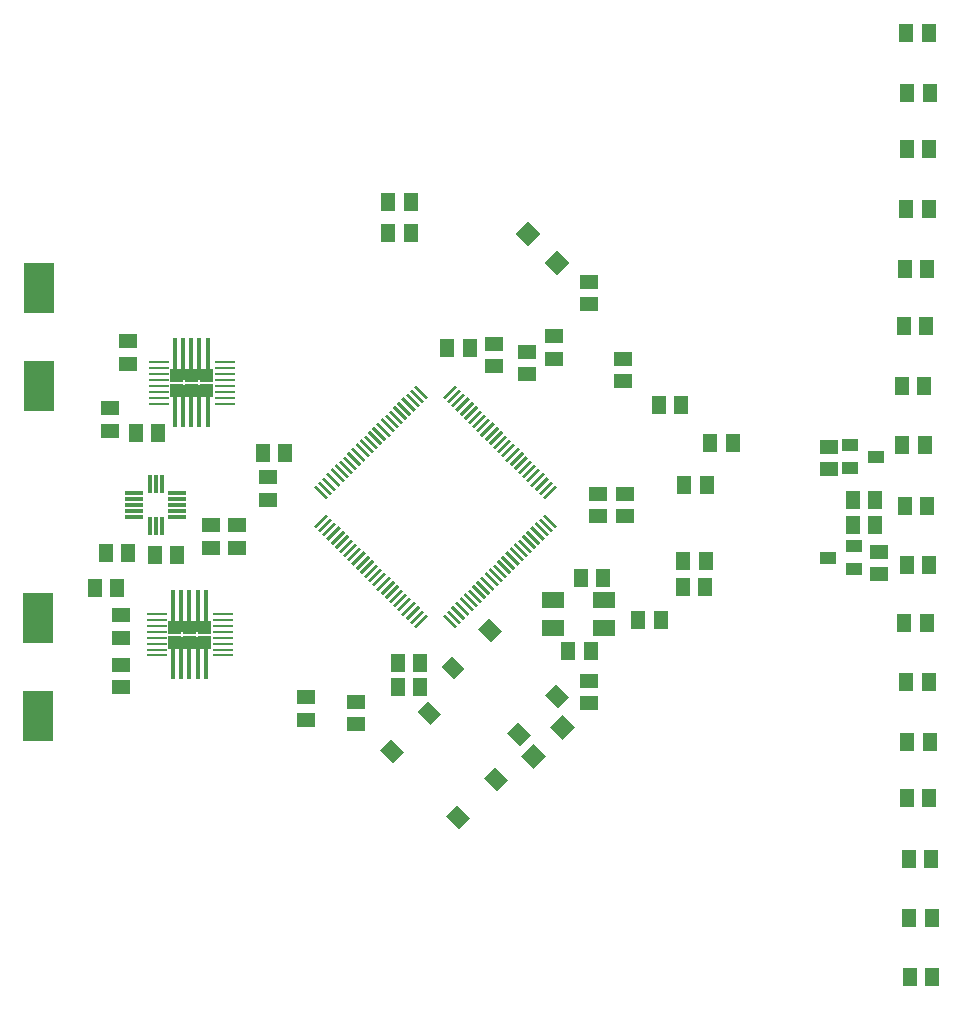
<source format=gbr>
G04 EAGLE Gerber RS-274X export*
G75*
%MOMM*%
%FSLAX34Y34*%
%LPD*%
%INSolderpaste Top*%
%IPPOS*%
%AMOC8*
5,1,8,0,0,1.08239X$1,22.5*%
G01*
%ADD10R,1.300000X1.500000*%
%ADD11R,1.500000X1.300000*%
%ADD12R,1.500000X1.500000*%
%ADD13R,1.900000X1.400000*%
%ADD14R,1.400000X1.000000*%
%ADD15R,1.300000X1.600000*%
%ADD16R,1.600000X1.300000*%
%ADD17R,1.550000X1.300000*%
%ADD18R,0.254000X1.473200*%
%ADD19R,1.778000X0.254000*%
%ADD20R,0.304800X3.556000*%
%ADD21R,2.500000X4.300000*%
%ADD22R,1.600000X0.300000*%
%ADD23R,0.300000X1.600000*%

G36*
X192738Y534087D02*
X192738Y534087D01*
X192740Y534086D01*
X192783Y534106D01*
X192827Y534124D01*
X192827Y534126D01*
X192829Y534127D01*
X192862Y534212D01*
X192862Y544912D01*
X192861Y544914D01*
X192862Y544916D01*
X192842Y544959D01*
X192824Y545003D01*
X192822Y545003D01*
X192821Y545005D01*
X192736Y545038D01*
X182036Y545038D01*
X182034Y545037D01*
X182032Y545038D01*
X181989Y545018D01*
X181945Y545000D01*
X181945Y544998D01*
X181943Y544997D01*
X181910Y544912D01*
X181910Y534212D01*
X181911Y534210D01*
X181910Y534208D01*
X181930Y534165D01*
X181948Y534121D01*
X181950Y534121D01*
X181951Y534119D01*
X182036Y534086D01*
X192736Y534086D01*
X192738Y534087D01*
G37*
G36*
X218138Y534087D02*
X218138Y534087D01*
X218140Y534086D01*
X218183Y534106D01*
X218227Y534124D01*
X218227Y534126D01*
X218229Y534127D01*
X218262Y534212D01*
X218262Y544912D01*
X218261Y544914D01*
X218262Y544916D01*
X218242Y544959D01*
X218224Y545003D01*
X218222Y545003D01*
X218221Y545005D01*
X218136Y545038D01*
X207436Y545038D01*
X207434Y545037D01*
X207432Y545038D01*
X207389Y545018D01*
X207345Y545000D01*
X207345Y544998D01*
X207343Y544997D01*
X207310Y544912D01*
X207310Y534212D01*
X207311Y534210D01*
X207310Y534208D01*
X207330Y534165D01*
X207348Y534121D01*
X207350Y534121D01*
X207351Y534119D01*
X207436Y534086D01*
X218136Y534086D01*
X218138Y534087D01*
G37*
G36*
X205438Y534087D02*
X205438Y534087D01*
X205440Y534086D01*
X205483Y534106D01*
X205527Y534124D01*
X205527Y534126D01*
X205529Y534127D01*
X205562Y534212D01*
X205562Y544912D01*
X205561Y544914D01*
X205562Y544916D01*
X205542Y544959D01*
X205524Y545003D01*
X205522Y545003D01*
X205521Y545005D01*
X205436Y545038D01*
X194736Y545038D01*
X194734Y545037D01*
X194732Y545038D01*
X194689Y545018D01*
X194645Y545000D01*
X194645Y544998D01*
X194643Y544997D01*
X194610Y544912D01*
X194610Y534212D01*
X194611Y534210D01*
X194610Y534208D01*
X194630Y534165D01*
X194648Y534121D01*
X194650Y534121D01*
X194651Y534119D01*
X194736Y534086D01*
X205436Y534086D01*
X205438Y534087D01*
G37*
G36*
X218138Y521387D02*
X218138Y521387D01*
X218140Y521386D01*
X218183Y521406D01*
X218227Y521424D01*
X218227Y521426D01*
X218229Y521427D01*
X218262Y521512D01*
X218262Y532212D01*
X218261Y532214D01*
X218262Y532216D01*
X218242Y532259D01*
X218224Y532303D01*
X218222Y532303D01*
X218221Y532305D01*
X218136Y532338D01*
X207436Y532338D01*
X207434Y532337D01*
X207432Y532338D01*
X207389Y532318D01*
X207345Y532300D01*
X207345Y532298D01*
X207343Y532297D01*
X207310Y532212D01*
X207310Y521512D01*
X207311Y521510D01*
X207310Y521508D01*
X207330Y521465D01*
X207348Y521421D01*
X207350Y521421D01*
X207351Y521419D01*
X207436Y521386D01*
X218136Y521386D01*
X218138Y521387D01*
G37*
G36*
X205438Y521387D02*
X205438Y521387D01*
X205440Y521386D01*
X205483Y521406D01*
X205527Y521424D01*
X205527Y521426D01*
X205529Y521427D01*
X205562Y521512D01*
X205562Y532212D01*
X205561Y532214D01*
X205562Y532216D01*
X205542Y532259D01*
X205524Y532303D01*
X205522Y532303D01*
X205521Y532305D01*
X205436Y532338D01*
X194736Y532338D01*
X194734Y532337D01*
X194732Y532338D01*
X194689Y532318D01*
X194645Y532300D01*
X194645Y532298D01*
X194643Y532297D01*
X194610Y532212D01*
X194610Y521512D01*
X194611Y521510D01*
X194610Y521508D01*
X194630Y521465D01*
X194648Y521421D01*
X194650Y521421D01*
X194651Y521419D01*
X194736Y521386D01*
X205436Y521386D01*
X205438Y521387D01*
G37*
G36*
X192738Y521387D02*
X192738Y521387D01*
X192740Y521386D01*
X192783Y521406D01*
X192827Y521424D01*
X192827Y521426D01*
X192829Y521427D01*
X192862Y521512D01*
X192862Y532212D01*
X192861Y532214D01*
X192862Y532216D01*
X192842Y532259D01*
X192824Y532303D01*
X192822Y532303D01*
X192821Y532305D01*
X192736Y532338D01*
X182036Y532338D01*
X182034Y532337D01*
X182032Y532338D01*
X181989Y532318D01*
X181945Y532300D01*
X181945Y532298D01*
X181943Y532297D01*
X181910Y532212D01*
X181910Y521512D01*
X181911Y521510D01*
X181910Y521508D01*
X181930Y521465D01*
X181948Y521421D01*
X181950Y521421D01*
X181951Y521419D01*
X182036Y521386D01*
X192736Y521386D01*
X192738Y521387D01*
G37*
G36*
X191214Y320981D02*
X191214Y320981D01*
X191216Y320980D01*
X191259Y321000D01*
X191303Y321018D01*
X191303Y321020D01*
X191305Y321021D01*
X191338Y321106D01*
X191338Y331806D01*
X191337Y331808D01*
X191338Y331810D01*
X191318Y331853D01*
X191300Y331897D01*
X191298Y331897D01*
X191297Y331899D01*
X191212Y331932D01*
X180512Y331932D01*
X180510Y331931D01*
X180508Y331932D01*
X180465Y331912D01*
X180421Y331894D01*
X180421Y331892D01*
X180419Y331891D01*
X180386Y331806D01*
X180386Y321106D01*
X180387Y321104D01*
X180386Y321102D01*
X180406Y321059D01*
X180424Y321015D01*
X180426Y321015D01*
X180427Y321013D01*
X180512Y320980D01*
X191212Y320980D01*
X191214Y320981D01*
G37*
G36*
X216614Y320981D02*
X216614Y320981D01*
X216616Y320980D01*
X216659Y321000D01*
X216703Y321018D01*
X216703Y321020D01*
X216705Y321021D01*
X216738Y321106D01*
X216738Y331806D01*
X216737Y331808D01*
X216738Y331810D01*
X216718Y331853D01*
X216700Y331897D01*
X216698Y331897D01*
X216697Y331899D01*
X216612Y331932D01*
X205912Y331932D01*
X205910Y331931D01*
X205908Y331932D01*
X205865Y331912D01*
X205821Y331894D01*
X205821Y331892D01*
X205819Y331891D01*
X205786Y331806D01*
X205786Y321106D01*
X205787Y321104D01*
X205786Y321102D01*
X205806Y321059D01*
X205824Y321015D01*
X205826Y321015D01*
X205827Y321013D01*
X205912Y320980D01*
X216612Y320980D01*
X216614Y320981D01*
G37*
G36*
X203914Y320981D02*
X203914Y320981D01*
X203916Y320980D01*
X203959Y321000D01*
X204003Y321018D01*
X204003Y321020D01*
X204005Y321021D01*
X204038Y321106D01*
X204038Y331806D01*
X204037Y331808D01*
X204038Y331810D01*
X204018Y331853D01*
X204000Y331897D01*
X203998Y331897D01*
X203997Y331899D01*
X203912Y331932D01*
X193212Y331932D01*
X193210Y331931D01*
X193208Y331932D01*
X193165Y331912D01*
X193121Y331894D01*
X193121Y331892D01*
X193119Y331891D01*
X193086Y331806D01*
X193086Y321106D01*
X193087Y321104D01*
X193086Y321102D01*
X193106Y321059D01*
X193124Y321015D01*
X193126Y321015D01*
X193127Y321013D01*
X193212Y320980D01*
X203912Y320980D01*
X203914Y320981D01*
G37*
G36*
X191214Y308281D02*
X191214Y308281D01*
X191216Y308280D01*
X191259Y308300D01*
X191303Y308318D01*
X191303Y308320D01*
X191305Y308321D01*
X191338Y308406D01*
X191338Y319106D01*
X191337Y319108D01*
X191338Y319110D01*
X191318Y319153D01*
X191300Y319197D01*
X191298Y319197D01*
X191297Y319199D01*
X191212Y319232D01*
X180512Y319232D01*
X180510Y319231D01*
X180508Y319232D01*
X180465Y319212D01*
X180421Y319194D01*
X180421Y319192D01*
X180419Y319191D01*
X180386Y319106D01*
X180386Y308406D01*
X180387Y308404D01*
X180386Y308402D01*
X180406Y308359D01*
X180424Y308315D01*
X180426Y308315D01*
X180427Y308313D01*
X180512Y308280D01*
X191212Y308280D01*
X191214Y308281D01*
G37*
G36*
X203914Y308281D02*
X203914Y308281D01*
X203916Y308280D01*
X203959Y308300D01*
X204003Y308318D01*
X204003Y308320D01*
X204005Y308321D01*
X204038Y308406D01*
X204038Y319106D01*
X204037Y319108D01*
X204038Y319110D01*
X204018Y319153D01*
X204000Y319197D01*
X203998Y319197D01*
X203997Y319199D01*
X203912Y319232D01*
X193212Y319232D01*
X193210Y319231D01*
X193208Y319232D01*
X193165Y319212D01*
X193121Y319194D01*
X193121Y319192D01*
X193119Y319191D01*
X193086Y319106D01*
X193086Y308406D01*
X193087Y308404D01*
X193086Y308402D01*
X193106Y308359D01*
X193124Y308315D01*
X193126Y308315D01*
X193127Y308313D01*
X193212Y308280D01*
X203912Y308280D01*
X203914Y308281D01*
G37*
G36*
X216614Y308281D02*
X216614Y308281D01*
X216616Y308280D01*
X216659Y308300D01*
X216703Y308318D01*
X216703Y308320D01*
X216705Y308321D01*
X216738Y308406D01*
X216738Y319106D01*
X216737Y319108D01*
X216738Y319110D01*
X216718Y319153D01*
X216700Y319197D01*
X216698Y319197D01*
X216697Y319199D01*
X216612Y319232D01*
X205912Y319232D01*
X205910Y319231D01*
X205908Y319232D01*
X205865Y319212D01*
X205821Y319194D01*
X205821Y319192D01*
X205819Y319191D01*
X205786Y319106D01*
X205786Y308406D01*
X205787Y308404D01*
X205786Y308402D01*
X205806Y308359D01*
X205824Y308315D01*
X205826Y308315D01*
X205827Y308313D01*
X205912Y308280D01*
X216612Y308280D01*
X216614Y308281D01*
G37*
D10*
X146594Y389448D03*
X127594Y389448D03*
D11*
X265110Y434304D03*
X265110Y453304D03*
D10*
X279822Y474152D03*
X260822Y474152D03*
X529808Y368488D03*
X548808Y368488D03*
X519516Y306644D03*
X538516Y306644D03*
D11*
X456842Y566626D03*
X456842Y547626D03*
D10*
X393868Y276032D03*
X374868Y276032D03*
D11*
X484444Y559730D03*
X484444Y540730D03*
D10*
X169250Y387416D03*
X188250Y387416D03*
D11*
X544256Y439588D03*
X544256Y420588D03*
X567624Y439588D03*
X567624Y420588D03*
D10*
X417032Y563184D03*
X436032Y563184D03*
X393868Y296352D03*
X374868Y296352D03*
D12*
G36*
X489604Y227726D02*
X500210Y217120D01*
X489604Y206514D01*
X478998Y217120D01*
X489604Y227726D01*
G37*
G36*
X514352Y252474D02*
X524958Y241868D01*
X514352Y231262D01*
X503746Y241868D01*
X514352Y252474D01*
G37*
G36*
X495780Y659792D02*
X485174Y649186D01*
X474568Y659792D01*
X485174Y670398D01*
X495780Y659792D01*
G37*
G36*
X520528Y635044D02*
X509922Y624438D01*
X499316Y635044D01*
X509922Y645650D01*
X520528Y635044D01*
G37*
D13*
X550000Y349632D03*
X506000Y349632D03*
X506000Y325632D03*
X550000Y325632D03*
D14*
X780046Y470982D03*
X758046Y461482D03*
X758046Y480482D03*
X739298Y385488D03*
X761298Y394988D03*
X761298Y375988D03*
D15*
X825458Y229152D03*
X806458Y229152D03*
X824614Y280200D03*
X805614Y280200D03*
X822862Y330346D03*
X803862Y330346D03*
D16*
X239202Y412664D03*
X239202Y393664D03*
X216850Y412664D03*
X216850Y393664D03*
X507304Y553684D03*
X507304Y572684D03*
D15*
X824764Y379448D03*
X805764Y379448D03*
X823210Y429000D03*
X804210Y429000D03*
X821218Y480700D03*
X802218Y480700D03*
X820510Y531050D03*
X801510Y531050D03*
X827060Y80104D03*
X808060Y80104D03*
X822516Y581350D03*
X803516Y581350D03*
X823464Y630052D03*
X804464Y630052D03*
X824414Y680352D03*
X805414Y680352D03*
X824762Y731500D03*
X805762Y731500D03*
X825364Y779100D03*
X806364Y779100D03*
X824508Y829552D03*
X805508Y829552D03*
X658658Y482412D03*
X639658Y482412D03*
D16*
X537168Y599884D03*
X537168Y618884D03*
X537022Y262092D03*
X537022Y281092D03*
D15*
X636504Y447118D03*
X617504Y447118D03*
D16*
X739836Y460212D03*
X739836Y479212D03*
X782508Y390566D03*
X782508Y371566D03*
D15*
X635140Y360674D03*
X616140Y360674D03*
X578698Y332552D03*
X597698Y332552D03*
X614780Y514820D03*
X595780Y514820D03*
D16*
X566052Y553972D03*
X566052Y534972D03*
D15*
X826512Y130250D03*
X807512Y130250D03*
X824962Y181996D03*
X805962Y181996D03*
D17*
G36*
X425315Y175927D02*
X436274Y164968D01*
X427081Y155775D01*
X416122Y166734D01*
X425315Y175927D01*
G37*
G36*
X369100Y232142D02*
X380059Y221183D01*
X370866Y211990D01*
X359907Y222949D01*
X369100Y232142D01*
G37*
G36*
X457134Y207746D02*
X468093Y196787D01*
X458900Y187594D01*
X447941Y198553D01*
X457134Y207746D01*
G37*
G36*
X400919Y263961D02*
X411878Y253002D01*
X402685Y243809D01*
X391726Y254768D01*
X400919Y263961D01*
G37*
D18*
G36*
X425161Y327521D02*
X423365Y325725D01*
X412949Y336141D01*
X414745Y337937D01*
X425161Y327521D01*
G37*
G36*
X428574Y330934D02*
X426778Y329138D01*
X416362Y339554D01*
X418158Y341350D01*
X428574Y330934D01*
G37*
G36*
X432166Y334526D02*
X430370Y332730D01*
X419954Y343146D01*
X421750Y344942D01*
X432166Y334526D01*
G37*
G36*
X435758Y338118D02*
X433962Y336322D01*
X423546Y346738D01*
X425342Y348534D01*
X435758Y338118D01*
G37*
G36*
X439350Y341710D02*
X437554Y339914D01*
X427138Y350330D01*
X428934Y352126D01*
X439350Y341710D01*
G37*
G36*
X442762Y345123D02*
X440966Y343327D01*
X430550Y353743D01*
X432346Y355539D01*
X442762Y345123D01*
G37*
G36*
X446355Y348715D02*
X444559Y346919D01*
X434143Y357335D01*
X435939Y359131D01*
X446355Y348715D01*
G37*
G36*
X449947Y352307D02*
X448151Y350511D01*
X437735Y360927D01*
X439531Y362723D01*
X449947Y352307D01*
G37*
G36*
X453359Y355719D02*
X451563Y353923D01*
X441147Y364339D01*
X442943Y366135D01*
X453359Y355719D01*
G37*
G36*
X456951Y359311D02*
X455155Y357515D01*
X444739Y367931D01*
X446535Y369727D01*
X456951Y359311D01*
G37*
G36*
X460543Y362903D02*
X458747Y361107D01*
X448331Y371523D01*
X450127Y373319D01*
X460543Y362903D01*
G37*
G36*
X463956Y366316D02*
X462160Y364520D01*
X451744Y374936D01*
X453540Y376732D01*
X463956Y366316D01*
G37*
G36*
X467548Y369908D02*
X465752Y368112D01*
X455336Y378528D01*
X457132Y380324D01*
X467548Y369908D01*
G37*
G36*
X471140Y373500D02*
X469344Y371704D01*
X458928Y382120D01*
X460724Y383916D01*
X471140Y373500D01*
G37*
G36*
X474553Y376913D02*
X472757Y375117D01*
X462341Y385533D01*
X464137Y387329D01*
X474553Y376913D01*
G37*
G36*
X478145Y380505D02*
X476349Y378709D01*
X465933Y389125D01*
X467729Y390921D01*
X478145Y380505D01*
G37*
G36*
X481737Y384097D02*
X479941Y382301D01*
X469525Y392717D01*
X471321Y394513D01*
X481737Y384097D01*
G37*
G36*
X485149Y387509D02*
X483353Y385713D01*
X472937Y396129D01*
X474733Y397925D01*
X485149Y387509D01*
G37*
G36*
X488741Y391101D02*
X486945Y389305D01*
X476529Y399721D01*
X478325Y401517D01*
X488741Y391101D01*
G37*
G36*
X492333Y394694D02*
X490537Y392898D01*
X480121Y403314D01*
X481917Y405110D01*
X492333Y394694D01*
G37*
G36*
X495746Y398106D02*
X493950Y396310D01*
X483534Y406726D01*
X485330Y408522D01*
X495746Y398106D01*
G37*
G36*
X499338Y401698D02*
X497542Y399902D01*
X487126Y410318D01*
X488922Y412114D01*
X499338Y401698D01*
G37*
G36*
X502930Y405290D02*
X501134Y403494D01*
X490718Y413910D01*
X492514Y415706D01*
X502930Y405290D01*
G37*
G36*
X506522Y408882D02*
X504726Y407086D01*
X494310Y417502D01*
X496106Y419298D01*
X506522Y408882D01*
G37*
G36*
X509935Y412295D02*
X508139Y410499D01*
X497723Y420915D01*
X499519Y422711D01*
X509935Y412295D01*
G37*
G36*
X499519Y434925D02*
X497723Y436721D01*
X508139Y447137D01*
X509935Y445341D01*
X499519Y434925D01*
G37*
G36*
X496106Y438338D02*
X494310Y440134D01*
X504726Y450550D01*
X506522Y448754D01*
X496106Y438338D01*
G37*
G36*
X492514Y441930D02*
X490718Y443726D01*
X501134Y454142D01*
X502930Y452346D01*
X492514Y441930D01*
G37*
G36*
X488922Y445522D02*
X487126Y447318D01*
X497542Y457734D01*
X499338Y455938D01*
X488922Y445522D01*
G37*
G36*
X485330Y449114D02*
X483534Y450910D01*
X493950Y461326D01*
X495746Y459530D01*
X485330Y449114D01*
G37*
G36*
X481917Y452526D02*
X480121Y454322D01*
X490537Y464738D01*
X492333Y462942D01*
X481917Y452526D01*
G37*
G36*
X478325Y456119D02*
X476529Y457915D01*
X486945Y468331D01*
X488741Y466535D01*
X478325Y456119D01*
G37*
G36*
X474733Y459711D02*
X472937Y461507D01*
X483353Y471923D01*
X485149Y470127D01*
X474733Y459711D01*
G37*
G36*
X471321Y463123D02*
X469525Y464919D01*
X479941Y475335D01*
X481737Y473539D01*
X471321Y463123D01*
G37*
G36*
X467729Y466715D02*
X465933Y468511D01*
X476349Y478927D01*
X478145Y477131D01*
X467729Y466715D01*
G37*
G36*
X464137Y470307D02*
X462341Y472103D01*
X472757Y482519D01*
X474553Y480723D01*
X464137Y470307D01*
G37*
G36*
X460724Y473720D02*
X458928Y475516D01*
X469344Y485932D01*
X471140Y484136D01*
X460724Y473720D01*
G37*
G36*
X457132Y477312D02*
X455336Y479108D01*
X465752Y489524D01*
X467548Y487728D01*
X457132Y477312D01*
G37*
G36*
X453540Y480904D02*
X451744Y482700D01*
X462160Y493116D01*
X463956Y491320D01*
X453540Y480904D01*
G37*
G36*
X450127Y484317D02*
X448331Y486113D01*
X458747Y496529D01*
X460543Y494733D01*
X450127Y484317D01*
G37*
G36*
X446535Y487909D02*
X444739Y489705D01*
X455155Y500121D01*
X456951Y498325D01*
X446535Y487909D01*
G37*
G36*
X442943Y491501D02*
X441147Y493297D01*
X451563Y503713D01*
X453359Y501917D01*
X442943Y491501D01*
G37*
G36*
X439531Y494913D02*
X437735Y496709D01*
X448151Y507125D01*
X449947Y505329D01*
X439531Y494913D01*
G37*
G36*
X435939Y498505D02*
X434143Y500301D01*
X444559Y510717D01*
X446355Y508921D01*
X435939Y498505D01*
G37*
G36*
X432346Y502097D02*
X430550Y503893D01*
X440966Y514309D01*
X442762Y512513D01*
X432346Y502097D01*
G37*
G36*
X428934Y505510D02*
X427138Y507306D01*
X437554Y517722D01*
X439350Y515926D01*
X428934Y505510D01*
G37*
G36*
X425342Y509102D02*
X423546Y510898D01*
X433962Y521314D01*
X435758Y519518D01*
X425342Y509102D01*
G37*
G36*
X421750Y512694D02*
X419954Y514490D01*
X430370Y524906D01*
X432166Y523110D01*
X421750Y512694D01*
G37*
G36*
X418158Y516286D02*
X416362Y518082D01*
X426778Y528498D01*
X428574Y526702D01*
X418158Y516286D01*
G37*
G36*
X414745Y519699D02*
X412949Y521495D01*
X423365Y531911D01*
X425161Y530115D01*
X414745Y519699D01*
G37*
G36*
X400735Y521495D02*
X398939Y519699D01*
X388523Y530115D01*
X390319Y531911D01*
X400735Y521495D01*
G37*
G36*
X397322Y518082D02*
X395526Y516286D01*
X385110Y526702D01*
X386906Y528498D01*
X397322Y518082D01*
G37*
G36*
X393730Y514490D02*
X391934Y512694D01*
X381518Y523110D01*
X383314Y524906D01*
X393730Y514490D01*
G37*
G36*
X390138Y510898D02*
X388342Y509102D01*
X377926Y519518D01*
X379722Y521314D01*
X390138Y510898D01*
G37*
G36*
X386546Y507306D02*
X384750Y505510D01*
X374334Y515926D01*
X376130Y517722D01*
X386546Y507306D01*
G37*
G36*
X383134Y503893D02*
X381338Y502097D01*
X370922Y512513D01*
X372718Y514309D01*
X383134Y503893D01*
G37*
G36*
X379541Y500301D02*
X377745Y498505D01*
X367329Y508921D01*
X369125Y510717D01*
X379541Y500301D01*
G37*
G36*
X375949Y496709D02*
X374153Y494913D01*
X363737Y505329D01*
X365533Y507125D01*
X375949Y496709D01*
G37*
G36*
X372537Y493297D02*
X370741Y491501D01*
X360325Y501917D01*
X362121Y503713D01*
X372537Y493297D01*
G37*
G36*
X368945Y489705D02*
X367149Y487909D01*
X356733Y498325D01*
X358529Y500121D01*
X368945Y489705D01*
G37*
G36*
X365353Y486113D02*
X363557Y484317D01*
X353141Y494733D01*
X354937Y496529D01*
X365353Y486113D01*
G37*
G36*
X361940Y482700D02*
X360144Y480904D01*
X349728Y491320D01*
X351524Y493116D01*
X361940Y482700D01*
G37*
G36*
X358348Y479108D02*
X356552Y477312D01*
X346136Y487728D01*
X347932Y489524D01*
X358348Y479108D01*
G37*
G36*
X354756Y475516D02*
X352960Y473720D01*
X342544Y484136D01*
X344340Y485932D01*
X354756Y475516D01*
G37*
G36*
X351343Y472103D02*
X349547Y470307D01*
X339131Y480723D01*
X340927Y482519D01*
X351343Y472103D01*
G37*
G36*
X347751Y468511D02*
X345955Y466715D01*
X335539Y477131D01*
X337335Y478927D01*
X347751Y468511D01*
G37*
G36*
X344159Y464919D02*
X342363Y463123D01*
X331947Y473539D01*
X333743Y475335D01*
X344159Y464919D01*
G37*
G36*
X340747Y461507D02*
X338951Y459711D01*
X328535Y470127D01*
X330331Y471923D01*
X340747Y461507D01*
G37*
G36*
X337155Y457915D02*
X335359Y456119D01*
X324943Y466535D01*
X326739Y468331D01*
X337155Y457915D01*
G37*
G36*
X333563Y454322D02*
X331767Y452526D01*
X321351Y462942D01*
X323147Y464738D01*
X333563Y454322D01*
G37*
G36*
X330150Y450910D02*
X328354Y449114D01*
X317938Y459530D01*
X319734Y461326D01*
X330150Y450910D01*
G37*
G36*
X326558Y447318D02*
X324762Y445522D01*
X314346Y455938D01*
X316142Y457734D01*
X326558Y447318D01*
G37*
G36*
X322966Y443726D02*
X321170Y441930D01*
X310754Y452346D01*
X312550Y454142D01*
X322966Y443726D01*
G37*
G36*
X319374Y440134D02*
X317578Y438338D01*
X307162Y448754D01*
X308958Y450550D01*
X319374Y440134D01*
G37*
G36*
X315961Y436721D02*
X314165Y434925D01*
X303749Y445341D01*
X305545Y447137D01*
X315961Y436721D01*
G37*
G36*
X305545Y410499D02*
X303749Y412295D01*
X314165Y422711D01*
X315961Y420915D01*
X305545Y410499D01*
G37*
G36*
X308958Y407086D02*
X307162Y408882D01*
X317578Y419298D01*
X319374Y417502D01*
X308958Y407086D01*
G37*
G36*
X312550Y403494D02*
X310754Y405290D01*
X321170Y415706D01*
X322966Y413910D01*
X312550Y403494D01*
G37*
G36*
X316142Y399902D02*
X314346Y401698D01*
X324762Y412114D01*
X326558Y410318D01*
X316142Y399902D01*
G37*
G36*
X319734Y396310D02*
X317938Y398106D01*
X328354Y408522D01*
X330150Y406726D01*
X319734Y396310D01*
G37*
G36*
X323147Y392898D02*
X321351Y394694D01*
X331767Y405110D01*
X333563Y403314D01*
X323147Y392898D01*
G37*
G36*
X326739Y389305D02*
X324943Y391101D01*
X335359Y401517D01*
X337155Y399721D01*
X326739Y389305D01*
G37*
G36*
X330331Y385713D02*
X328535Y387509D01*
X338951Y397925D01*
X340747Y396129D01*
X330331Y385713D01*
G37*
G36*
X333743Y382301D02*
X331947Y384097D01*
X342363Y394513D01*
X344159Y392717D01*
X333743Y382301D01*
G37*
G36*
X337335Y378709D02*
X335539Y380505D01*
X345955Y390921D01*
X347751Y389125D01*
X337335Y378709D01*
G37*
G36*
X340927Y375117D02*
X339131Y376913D01*
X349547Y387329D01*
X351343Y385533D01*
X340927Y375117D01*
G37*
G36*
X344340Y371704D02*
X342544Y373500D01*
X352960Y383916D01*
X354756Y382120D01*
X344340Y371704D01*
G37*
G36*
X347932Y368112D02*
X346136Y369908D01*
X356552Y380324D01*
X358348Y378528D01*
X347932Y368112D01*
G37*
G36*
X351524Y364520D02*
X349728Y366316D01*
X360144Y376732D01*
X361940Y374936D01*
X351524Y364520D01*
G37*
G36*
X354937Y361107D02*
X353141Y362903D01*
X363557Y373319D01*
X365353Y371523D01*
X354937Y361107D01*
G37*
G36*
X358529Y357515D02*
X356733Y359311D01*
X367149Y369727D01*
X368945Y367931D01*
X358529Y357515D01*
G37*
G36*
X362121Y353923D02*
X360325Y355719D01*
X370741Y366135D01*
X372537Y364339D01*
X362121Y353923D01*
G37*
G36*
X365533Y350511D02*
X363737Y352307D01*
X374153Y362723D01*
X375949Y360927D01*
X365533Y350511D01*
G37*
G36*
X369125Y346919D02*
X367329Y348715D01*
X377745Y359131D01*
X379541Y357335D01*
X369125Y346919D01*
G37*
G36*
X372718Y343327D02*
X370922Y345123D01*
X381338Y355539D01*
X383134Y353743D01*
X372718Y343327D01*
G37*
G36*
X376130Y339914D02*
X374334Y341710D01*
X384750Y352126D01*
X386546Y350330D01*
X376130Y339914D01*
G37*
G36*
X379722Y336322D02*
X377926Y338118D01*
X388342Y348534D01*
X390138Y346738D01*
X379722Y336322D01*
G37*
G36*
X383314Y332730D02*
X381518Y334526D01*
X391934Y344942D01*
X393730Y343146D01*
X383314Y332730D01*
G37*
G36*
X386906Y329138D02*
X385110Y330934D01*
X395526Y341350D01*
X397322Y339554D01*
X386906Y329138D01*
G37*
G36*
X390319Y325725D02*
X388523Y327521D01*
X398939Y337937D01*
X400735Y336141D01*
X390319Y325725D01*
G37*
D17*
G36*
X476831Y246239D02*
X487790Y235280D01*
X478597Y226087D01*
X467638Y237046D01*
X476831Y246239D01*
G37*
G36*
X420616Y302454D02*
X431575Y291495D01*
X422382Y282302D01*
X411423Y293261D01*
X420616Y302454D01*
G37*
G36*
X508650Y278058D02*
X519609Y267099D01*
X510416Y257906D01*
X499457Y268865D01*
X508650Y278058D01*
G37*
G36*
X452435Y334273D02*
X463394Y323314D01*
X454201Y314121D01*
X443242Y325080D01*
X452435Y334273D01*
G37*
D19*
X228666Y515712D03*
X228666Y520712D03*
X228666Y525712D03*
X228666Y530712D03*
X228666Y535712D03*
X228666Y540712D03*
X228666Y545712D03*
X228666Y550712D03*
D20*
X214086Y553792D03*
X207086Y553792D03*
X200086Y553792D03*
X193086Y553792D03*
X186086Y553792D03*
D19*
X172522Y550712D03*
X172522Y545712D03*
X172522Y540712D03*
X172522Y535712D03*
X172522Y530712D03*
X172522Y525712D03*
X172522Y520712D03*
X172522Y515712D03*
D20*
X186086Y513648D03*
X193086Y513648D03*
X200086Y513648D03*
X207086Y513648D03*
X214086Y513648D03*
D11*
X146492Y568620D03*
X146492Y549620D03*
D10*
X171994Y491048D03*
X152994Y491048D03*
D11*
X131252Y511724D03*
X131252Y492724D03*
D21*
X70800Y530828D03*
X70800Y613828D03*
D19*
X227142Y302606D03*
X227142Y307606D03*
X227142Y312606D03*
X227142Y317606D03*
X227142Y322606D03*
X227142Y327606D03*
X227142Y332606D03*
X227142Y337606D03*
D20*
X212562Y340686D03*
X205562Y340686D03*
X198562Y340686D03*
X191562Y340686D03*
X184562Y340686D03*
D19*
X170998Y337606D03*
X170998Y332606D03*
X170998Y327606D03*
X170998Y322606D03*
X170998Y317606D03*
X170998Y312606D03*
X170998Y307606D03*
X170998Y302606D03*
D20*
X184562Y300542D03*
X191562Y300542D03*
X198562Y300542D03*
X205562Y300542D03*
X212562Y300542D03*
D10*
X137450Y359476D03*
X118450Y359476D03*
D11*
X140396Y275554D03*
X140396Y294554D03*
X140650Y317718D03*
X140650Y336718D03*
D15*
X827308Y30000D03*
X808308Y30000D03*
D22*
X188000Y420000D03*
X188000Y425000D03*
X188000Y430000D03*
X188000Y435000D03*
X188000Y440000D03*
D23*
X175000Y448000D03*
X170000Y448000D03*
X165000Y448000D03*
D22*
X152000Y440000D03*
X152000Y435000D03*
X152000Y430000D03*
X152000Y425000D03*
X152000Y420000D03*
D23*
X165000Y412000D03*
X170000Y412000D03*
X175000Y412000D03*
D15*
X635596Y382332D03*
X616596Y382332D03*
D10*
X779308Y434152D03*
X760308Y434152D03*
X779308Y412816D03*
X760308Y412816D03*
D21*
X70104Y251108D03*
X70104Y334108D03*
D15*
X385876Y686512D03*
X366876Y686512D03*
X385876Y660072D03*
X366876Y660072D03*
D16*
X297288Y248108D03*
X297288Y267108D03*
X339960Y244340D03*
X339960Y263340D03*
M02*

</source>
